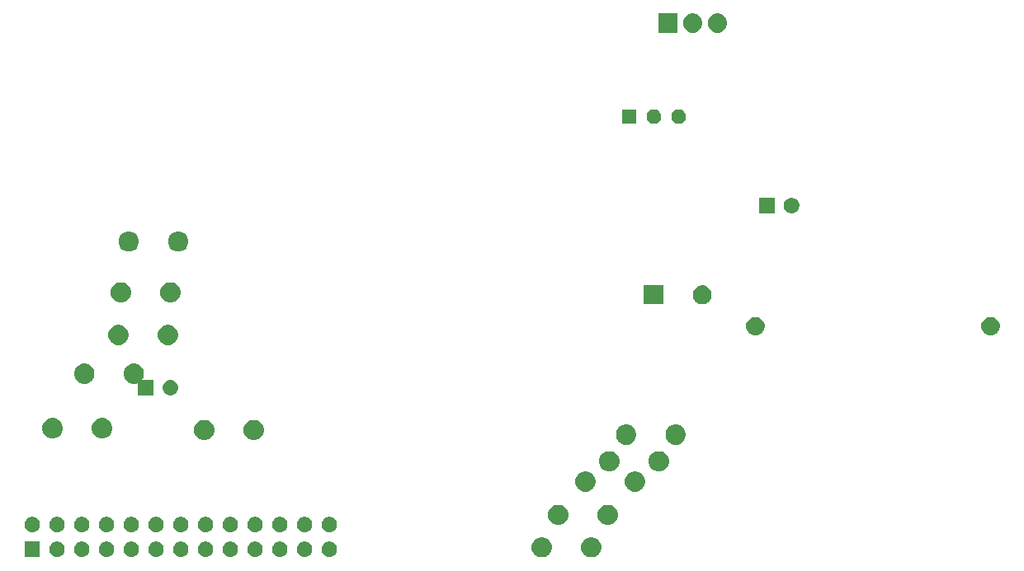
<source format=gbr>
%TF.GenerationSoftware,Flux,Pcbnew,9.0.6-9.0.6~ubuntu22.04.1*%
%TF.CreationDate,2026-02-18T22:19:31+00:00*%
%TF.ProjectId,input,696e7075-742e-46b6-9963-61645f706362,rev?*%
%TF.SameCoordinates,Original*%
%TF.FileFunction,Soldermask,Bot*%
%TF.FilePolarity,Negative*%
%FSLAX46Y46*%
G04 Gerber Fmt 4.6, Leading zero omitted, Abs format (unit mm)*
G04 Filename: line-sorter*
G04 Build it with Flux! Visit our site at: https://www.flux.ai (PCBNEW 9.0.6-9.0.6~ubuntu22.04.1) date 2026-02-18 22:19:31*
%MOMM*%
%LPD*%
G01*
G04 APERTURE LIST*
%ADD10C,0.000000*%
G04 APERTURE END LIST*
D10*
%TO.C,*%
G36*
X18875818Y-14677426D02*
G01*
X19113200Y-14814479D01*
X19307021Y-15008300D01*
X19444074Y-15245682D01*
X19515017Y-15510447D01*
X19515017Y-15784553D01*
X19444074Y-16049318D01*
X19307021Y-16286700D01*
X19113200Y-16480521D01*
X18875818Y-16617574D01*
X18611053Y-16688517D01*
X18336947Y-16688517D01*
X18072182Y-16617574D01*
X17834800Y-16480521D01*
X17640979Y-16286700D01*
X17503926Y-16049318D01*
X17432983Y-15784553D01*
X17432983Y-15510447D01*
X17503926Y-15245682D01*
X17640979Y-15008300D01*
X17834800Y-14814479D01*
X18072182Y-14677426D01*
X18336947Y-14606483D01*
X18611053Y-14606483D01*
X18875818Y-14677426D01*
G37*
G36*
X13795818Y-14677426D02*
G01*
X14033200Y-14814479D01*
X14227021Y-15008300D01*
X14364074Y-15245682D01*
X14435017Y-15510447D01*
X14435017Y-15784553D01*
X14364074Y-16049318D01*
X14227021Y-16286700D01*
X14033200Y-16480521D01*
X13795818Y-16617574D01*
X13531053Y-16688517D01*
X13256947Y-16688517D01*
X12992182Y-16617574D01*
X12754800Y-16480521D01*
X12560979Y-16286700D01*
X12423926Y-16049318D01*
X12352983Y-15784553D01*
X12352983Y-15510447D01*
X12423926Y-15245682D01*
X12560979Y-15008300D01*
X12754800Y-14814479D01*
X12992182Y-14677426D01*
X13256947Y-14606483D01*
X13531053Y-14606483D01*
X13795818Y-14677426D01*
G37*
G36*
X37621347Y16901804D02*
G01*
X37802209Y16797383D01*
X37949883Y16649709D01*
X38054304Y16468847D01*
X38108356Y16267121D01*
X38108356Y16058279D01*
X38054304Y15856553D01*
X37949883Y15675691D01*
X37802209Y15528017D01*
X37621347Y15423596D01*
X37419621Y15369544D01*
X37210779Y15369544D01*
X37009053Y15423596D01*
X36828191Y15528017D01*
X36680517Y15675691D01*
X36576096Y15856553D01*
X36522044Y16058279D01*
X36522044Y16267121D01*
X36576096Y16468847D01*
X36680517Y16649709D01*
X36828191Y16797383D01*
X37009053Y16901804D01*
X37210779Y16955856D01*
X37419621Y16955856D01*
X37621347Y16901804D01*
G37*
G36*
X35615200Y15362700D02*
G01*
X34015200Y15362700D01*
X34015200Y16962700D01*
X35615200Y16962700D01*
X35615200Y15362700D01*
G37*
G36*
X17162618Y-17999926D02*
G01*
X17400000Y-18136979D01*
X17593821Y-18330800D01*
X17730874Y-18568182D01*
X17801817Y-18832947D01*
X17801817Y-19107053D01*
X17730874Y-19371818D01*
X17593821Y-19609200D01*
X17400000Y-19803021D01*
X17162618Y-19940074D01*
X16897853Y-20011017D01*
X16623747Y-20011017D01*
X16358982Y-19940074D01*
X16121600Y-19803021D01*
X15927779Y-19609200D01*
X15790726Y-19371818D01*
X15719783Y-19107053D01*
X15719783Y-18832947D01*
X15790726Y-18568182D01*
X15927779Y-18330800D01*
X16121600Y-18136979D01*
X16358982Y-17999926D01*
X16623747Y-17928983D01*
X16897853Y-17928983D01*
X17162618Y-17999926D01*
G37*
G36*
X12082618Y-17999926D02*
G01*
X12320000Y-18136979D01*
X12513821Y-18330800D01*
X12650874Y-18568182D01*
X12721817Y-18832947D01*
X12721817Y-19107053D01*
X12650874Y-19371818D01*
X12513821Y-19609200D01*
X12320000Y-19803021D01*
X12082618Y-19940074D01*
X11817853Y-20011017D01*
X11543747Y-20011017D01*
X11278982Y-19940074D01*
X11041600Y-19803021D01*
X10847779Y-19609200D01*
X10710726Y-19371818D01*
X10639783Y-19107053D01*
X10639783Y-18832947D01*
X10710726Y-18568182D01*
X10847779Y-18330800D01*
X11041600Y-18136979D01*
X11278982Y-17999926D01*
X11543747Y-17928983D01*
X11817853Y-17928983D01*
X12082618Y-17999926D01*
G37*
G36*
X33980606Y4639995D02*
G01*
X34195945Y4515669D01*
X34371769Y4339845D01*
X34496095Y4124506D01*
X34560451Y3884326D01*
X34560451Y3635674D01*
X34496095Y3395494D01*
X34371769Y3180155D01*
X34195945Y3004331D01*
X33980606Y2880005D01*
X33740426Y2815649D01*
X33491774Y2815649D01*
X33251594Y2880005D01*
X33036255Y3004331D01*
X32860431Y3180155D01*
X32736105Y3395494D01*
X32671749Y3635674D01*
X32671749Y3884326D01*
X32736105Y4124506D01*
X32860431Y4339845D01*
X33036255Y4515669D01*
X33251594Y4639995D01*
X33491774Y4704351D01*
X33740426Y4704351D01*
X33980606Y4639995D01*
G37*
G36*
X58110606Y4639995D02*
G01*
X58325945Y4515669D01*
X58501769Y4339845D01*
X58626095Y4124506D01*
X58690451Y3884326D01*
X58690451Y3635674D01*
X58626095Y3395494D01*
X58501769Y3180155D01*
X58325945Y3004331D01*
X58110606Y2880005D01*
X57870426Y2815649D01*
X57621774Y2815649D01*
X57381594Y2880005D01*
X57166255Y3004331D01*
X56990431Y3180155D01*
X56866105Y3395494D01*
X56801749Y3635674D01*
X56801749Y3884326D01*
X56866105Y4124506D01*
X56990431Y4339845D01*
X57166255Y4515669D01*
X57381594Y4639995D01*
X57621774Y4704351D01*
X57870426Y4704351D01*
X58110606Y4639995D01*
G37*
G36*
X-25199282Y13426074D02*
G01*
X-24961900Y13289021D01*
X-24768079Y13095200D01*
X-24631026Y12857818D01*
X-24560083Y12593053D01*
X-24560083Y12318947D01*
X-24631026Y12054182D01*
X-24768079Y11816800D01*
X-24961900Y11622979D01*
X-25199282Y11485926D01*
X-25464047Y11414983D01*
X-25738153Y11414983D01*
X-26002918Y11485926D01*
X-26240300Y11622979D01*
X-26434121Y11816800D01*
X-26571174Y12054182D01*
X-26642117Y12318947D01*
X-26642117Y12593053D01*
X-26571174Y12857818D01*
X-26434121Y13095200D01*
X-26240300Y13289021D01*
X-26002918Y13426074D01*
X-25738153Y13497017D01*
X-25464047Y13497017D01*
X-25199282Y13426074D01*
G37*
G36*
X-30279282Y13426074D02*
G01*
X-30041900Y13289021D01*
X-29848079Y13095200D01*
X-29711026Y12857818D01*
X-29640083Y12593053D01*
X-29640083Y12318947D01*
X-29711026Y12054182D01*
X-29848079Y11816800D01*
X-30041900Y11622979D01*
X-30279282Y11485926D01*
X-30544047Y11414983D01*
X-30818153Y11414983D01*
X-31082918Y11485926D01*
X-31320300Y11622979D01*
X-31514121Y11816800D01*
X-31651174Y12054182D01*
X-31722117Y12318947D01*
X-31722117Y12593053D01*
X-31651174Y12857818D01*
X-31514121Y13095200D01*
X-31320300Y13289021D01*
X-31082918Y13426074D01*
X-30818153Y13497017D01*
X-30544047Y13497017D01*
X-30279282Y13426074D01*
G37*
G36*
X21652818Y-11232526D02*
G01*
X21890200Y-11369579D01*
X22084021Y-11563400D01*
X22221074Y-11800782D01*
X22292017Y-12065547D01*
X22292017Y-12339653D01*
X22221074Y-12604418D01*
X22084021Y-12841800D01*
X21890200Y-13035621D01*
X21652818Y-13172674D01*
X21388053Y-13243617D01*
X21113947Y-13243617D01*
X20849182Y-13172674D01*
X20611800Y-13035621D01*
X20417979Y-12841800D01*
X20280926Y-12604418D01*
X20209983Y-12339653D01*
X20209983Y-12065547D01*
X20280926Y-11800782D01*
X20417979Y-11563400D01*
X20611800Y-11369579D01*
X20849182Y-11232526D01*
X21113947Y-11161583D01*
X21388053Y-11161583D01*
X21652818Y-11232526D01*
G37*
G36*
X16572818Y-11232526D02*
G01*
X16810200Y-11369579D01*
X17004021Y-11563400D01*
X17141074Y-11800782D01*
X17212017Y-12065547D01*
X17212017Y-12339653D01*
X17141074Y-12604418D01*
X17004021Y-12841800D01*
X16810200Y-13035621D01*
X16572818Y-13172674D01*
X16308053Y-13243617D01*
X16033947Y-13243617D01*
X15769182Y-13172674D01*
X15531800Y-13035621D01*
X15337979Y-12841800D01*
X15200926Y-12604418D01*
X15129983Y-12339653D01*
X15129983Y-12065547D01*
X15200926Y-11800782D01*
X15337979Y-11563400D01*
X15531800Y-11369579D01*
X15769182Y-11232526D01*
X16033947Y-11161583D01*
X16308053Y-11161583D01*
X16572818Y-11232526D01*
G37*
G36*
X27543506Y35831195D02*
G01*
X27758845Y35706869D01*
X27934669Y35531045D01*
X28058995Y35315706D01*
X28123351Y35075526D01*
X28123351Y34731874D01*
X28058995Y34491694D01*
X27934669Y34276355D01*
X27758845Y34100531D01*
X27543506Y33976205D01*
X27303326Y33911849D01*
X27054674Y33911849D01*
X26814494Y33976205D01*
X26599155Y34100531D01*
X26423331Y34276355D01*
X26299005Y34491694D01*
X26234649Y34731874D01*
X26234649Y34980526D01*
X26234649Y35075526D01*
X26299005Y35315706D01*
X26423331Y35531045D01*
X26599155Y35706869D01*
X26814494Y35831195D01*
X27054674Y35895551D01*
X27303326Y35895551D01*
X27543506Y35831195D01*
G37*
G36*
X25591500Y33903700D02*
G01*
X23686500Y33903700D01*
X23686500Y35903700D01*
X25591500Y35903700D01*
X25591500Y33903700D01*
G37*
G36*
X30083506Y35831195D02*
G01*
X30298845Y35706869D01*
X30474669Y35531045D01*
X30598995Y35315706D01*
X30663351Y35075526D01*
X30663351Y34731874D01*
X30598995Y34491694D01*
X30474669Y34276355D01*
X30298845Y34100531D01*
X30083506Y33976205D01*
X29843326Y33911849D01*
X29594674Y33911849D01*
X29354494Y33976205D01*
X29139155Y34100531D01*
X28963331Y34276355D01*
X28839005Y34491694D01*
X28774649Y34731874D01*
X28774649Y34980526D01*
X28774649Y35075526D01*
X28839005Y35315706D01*
X28963331Y35531045D01*
X29139155Y35706869D01*
X29354494Y35831195D01*
X29594674Y35895551D01*
X29843326Y35895551D01*
X30083506Y35831195D01*
G37*
G36*
X25842718Y-6407226D02*
G01*
X26080100Y-6544279D01*
X26273921Y-6738100D01*
X26410974Y-6975482D01*
X26481917Y-7240247D01*
X26481917Y-7514353D01*
X26410974Y-7779118D01*
X26273921Y-8016500D01*
X26080100Y-8210321D01*
X25842718Y-8347374D01*
X25577953Y-8418317D01*
X25303847Y-8418317D01*
X25039082Y-8347374D01*
X24801700Y-8210321D01*
X24607879Y-8016500D01*
X24470826Y-7779118D01*
X24399883Y-7514353D01*
X24399883Y-7240247D01*
X24470826Y-6975482D01*
X24607879Y-6738100D01*
X24801700Y-6544279D01*
X25039082Y-6407226D01*
X25303847Y-6336283D01*
X25577953Y-6336283D01*
X25842718Y-6407226D01*
G37*
G36*
X20762718Y-6407226D02*
G01*
X21000100Y-6544279D01*
X21193921Y-6738100D01*
X21330974Y-6975482D01*
X21401917Y-7240247D01*
X21401917Y-7514353D01*
X21330974Y-7779118D01*
X21193921Y-8016500D01*
X21000100Y-8210321D01*
X20762718Y-8347374D01*
X20497953Y-8418317D01*
X20223847Y-8418317D01*
X19959082Y-8347374D01*
X19721700Y-8210321D01*
X19527879Y-8016500D01*
X19390826Y-7779118D01*
X19319883Y-7514353D01*
X19319883Y-7240247D01*
X19390826Y-6975482D01*
X19527879Y-6738100D01*
X19721700Y-6544279D01*
X19959082Y-6407226D01*
X20223847Y-6336283D01*
X20497953Y-6336283D01*
X20762718Y-6407226D01*
G37*
G36*
X-26249082Y3828974D02*
G01*
X-26011700Y3691921D01*
X-25817879Y3498100D01*
X-25680826Y3260718D01*
X-25609883Y2995953D01*
X-25609883Y2721847D01*
X-25680826Y2457082D01*
X-25817879Y2219700D01*
X-26011700Y2025879D01*
X-26249082Y1888826D01*
X-26513847Y1817883D01*
X-26787953Y1817883D01*
X-27052718Y1888826D01*
X-27290100Y2025879D01*
X-27483921Y2219700D01*
X-27620974Y2457082D01*
X-27691917Y2721847D01*
X-27691917Y2995953D01*
X-27620974Y3260718D01*
X-27483921Y3498100D01*
X-27290100Y3691921D01*
X-27052718Y3828974D01*
X-26787953Y3899917D01*
X-26513847Y3899917D01*
X-26249082Y3828974D01*
G37*
G36*
X-31329082Y3828974D02*
G01*
X-31091700Y3691921D01*
X-30897879Y3498100D01*
X-30760826Y3260718D01*
X-30689883Y2995953D01*
X-30689883Y2721847D01*
X-30760826Y2457082D01*
X-30897879Y2219700D01*
X-31091700Y2025879D01*
X-31329082Y1888826D01*
X-31593847Y1817883D01*
X-31867953Y1817883D01*
X-32132718Y1888826D01*
X-32370100Y2025879D01*
X-32563921Y2219700D01*
X-32700974Y2457082D01*
X-32771917Y2721847D01*
X-32771917Y2995953D01*
X-32700974Y3260718D01*
X-32563921Y3498100D01*
X-32370100Y3691921D01*
X-32132718Y3828974D01*
X-31867953Y3899917D01*
X-31593847Y3899917D01*
X-31329082Y3828974D01*
G37*
G36*
X24139900Y5990300D02*
G01*
X22189900Y5990300D01*
X22189900Y7940300D01*
X24139900Y7940300D01*
X24139900Y5990300D01*
G37*
G36*
X28538016Y7866083D02*
G01*
X28758442Y7738820D01*
X28938420Y7558842D01*
X29065683Y7338416D01*
X29131559Y7092563D01*
X29131559Y6838037D01*
X29065683Y6592184D01*
X28938420Y6371758D01*
X28758442Y6191780D01*
X28538016Y6064517D01*
X28292163Y5998641D01*
X28037637Y5998641D01*
X27791784Y6064517D01*
X27571358Y6191780D01*
X27391380Y6371758D01*
X27264117Y6592184D01*
X27198241Y6838037D01*
X27198241Y7092563D01*
X27264117Y7338416D01*
X27391380Y7558842D01*
X27571358Y7738820D01*
X27791784Y7866083D01*
X28037637Y7931959D01*
X28292163Y7931959D01*
X28538016Y7866083D01*
G37*
G36*
X-33010082Y-5771326D02*
G01*
X-32772700Y-5908379D01*
X-32578879Y-6102200D01*
X-32441826Y-6339582D01*
X-32370883Y-6604347D01*
X-32370883Y-6878453D01*
X-32441826Y-7143218D01*
X-32578879Y-7380600D01*
X-32772700Y-7574421D01*
X-33010082Y-7711474D01*
X-33274847Y-7782417D01*
X-33548953Y-7782417D01*
X-33813718Y-7711474D01*
X-34051100Y-7574421D01*
X-34244921Y-7380600D01*
X-34381974Y-7143218D01*
X-34452917Y-6878453D01*
X-34452917Y-6604347D01*
X-34381974Y-6339582D01*
X-34244921Y-6102200D01*
X-34051100Y-5908379D01*
X-33813718Y-5771326D01*
X-33548953Y-5700383D01*
X-33274847Y-5700383D01*
X-33010082Y-5771326D01*
G37*
G36*
X-38090082Y-5771326D02*
G01*
X-37852700Y-5908379D01*
X-37658879Y-6102200D01*
X-37521826Y-6339582D01*
X-37450883Y-6604347D01*
X-37450883Y-6878453D01*
X-37521826Y-7143218D01*
X-37658879Y-7380600D01*
X-37852700Y-7574421D01*
X-38090082Y-7711474D01*
X-38354847Y-7782417D01*
X-38628953Y-7782417D01*
X-38893718Y-7711474D01*
X-39131100Y-7574421D01*
X-39324921Y-7380600D01*
X-39461974Y-7143218D01*
X-39532917Y-6878453D01*
X-39532917Y-6604347D01*
X-39461974Y-6339582D01*
X-39324921Y-6102200D01*
X-39131100Y-5908379D01*
X-38893718Y-5771326D01*
X-38628953Y-5700383D01*
X-38354847Y-5700383D01*
X-38090082Y-5771326D01*
G37*
G36*
X-26113153Y-1819996D02*
G01*
X-25932291Y-1924417D01*
X-25784617Y-2072091D01*
X-25680196Y-2252953D01*
X-25626144Y-2454679D01*
X-25626144Y-2663521D01*
X-25680196Y-2865247D01*
X-25784617Y-3046109D01*
X-25932291Y-3193783D01*
X-26113153Y-3298204D01*
X-26314879Y-3352256D01*
X-26523721Y-3352256D01*
X-26725447Y-3298204D01*
X-26906309Y-3193783D01*
X-27053983Y-3046109D01*
X-27158404Y-2865247D01*
X-27212456Y-2663521D01*
X-27212456Y-2454679D01*
X-27158404Y-2252953D01*
X-27053983Y-2072091D01*
X-26906309Y-1924417D01*
X-26725447Y-1819996D01*
X-26523721Y-1765944D01*
X-26314879Y-1765944D01*
X-26113153Y-1819996D01*
G37*
G36*
X-28119300Y-3359100D02*
G01*
X-29719300Y-3359100D01*
X-29719300Y-1759100D01*
X-28119300Y-1759100D01*
X-28119300Y-3359100D01*
G37*
G36*
X-35203553Y-15899196D02*
G01*
X-35022691Y-16003617D01*
X-34875017Y-16151291D01*
X-34770596Y-16332153D01*
X-34716544Y-16533879D01*
X-34716544Y-16742721D01*
X-34770596Y-16944447D01*
X-34875017Y-17125309D01*
X-35022691Y-17272983D01*
X-35203553Y-17377404D01*
X-35405279Y-17431456D01*
X-35614121Y-17431456D01*
X-35815847Y-17377404D01*
X-35996709Y-17272983D01*
X-36144383Y-17125309D01*
X-36248804Y-16944447D01*
X-36302856Y-16742721D01*
X-36302856Y-16533879D01*
X-36248804Y-16332153D01*
X-36144383Y-16151291D01*
X-35996709Y-16003617D01*
X-35815847Y-15899196D01*
X-35614121Y-15845144D01*
X-35405279Y-15845144D01*
X-35203553Y-15899196D01*
G37*
G36*
X-27583553Y-18439196D02*
G01*
X-27402691Y-18543617D01*
X-27255017Y-18691291D01*
X-27150596Y-18872153D01*
X-27096544Y-19073879D01*
X-27096544Y-19282721D01*
X-27150596Y-19484447D01*
X-27255017Y-19665309D01*
X-27402691Y-19812983D01*
X-27583553Y-19917404D01*
X-27785279Y-19971456D01*
X-27994121Y-19971456D01*
X-28195847Y-19917404D01*
X-28376709Y-19812983D01*
X-28524383Y-19665309D01*
X-28628804Y-19484447D01*
X-28682856Y-19282721D01*
X-28682856Y-19073879D01*
X-28628804Y-18872153D01*
X-28524383Y-18691291D01*
X-28376709Y-18543617D01*
X-28195847Y-18439196D01*
X-27994121Y-18385144D01*
X-27785279Y-18385144D01*
X-27583553Y-18439196D01*
G37*
G36*
X-22503553Y-18439196D02*
G01*
X-22322691Y-18543617D01*
X-22175017Y-18691291D01*
X-22070596Y-18872153D01*
X-22016544Y-19073879D01*
X-22016544Y-19282721D01*
X-22070596Y-19484447D01*
X-22175017Y-19665309D01*
X-22322691Y-19812983D01*
X-22503553Y-19917404D01*
X-22705279Y-19971456D01*
X-22914121Y-19971456D01*
X-23115847Y-19917404D01*
X-23296709Y-19812983D01*
X-23444383Y-19665309D01*
X-23548804Y-19484447D01*
X-23602856Y-19282721D01*
X-23602856Y-19073879D01*
X-23548804Y-18872153D01*
X-23444383Y-18691291D01*
X-23296709Y-18543617D01*
X-23115847Y-18439196D01*
X-22914121Y-18385144D01*
X-22705279Y-18385144D01*
X-22503553Y-18439196D01*
G37*
G36*
X-12343553Y-18439196D02*
G01*
X-12162691Y-18543617D01*
X-12015017Y-18691291D01*
X-11910596Y-18872153D01*
X-11856544Y-19073879D01*
X-11856544Y-19282721D01*
X-11910596Y-19484447D01*
X-12015017Y-19665309D01*
X-12162691Y-19812983D01*
X-12343553Y-19917404D01*
X-12545279Y-19971456D01*
X-12754121Y-19971456D01*
X-12955847Y-19917404D01*
X-13136709Y-19812983D01*
X-13284383Y-19665309D01*
X-13388804Y-19484447D01*
X-13442856Y-19282721D01*
X-13442856Y-19073879D01*
X-13388804Y-18872153D01*
X-13284383Y-18691291D01*
X-13136709Y-18543617D01*
X-12955847Y-18439196D01*
X-12754121Y-18385144D01*
X-12545279Y-18385144D01*
X-12343553Y-18439196D01*
G37*
G36*
X-37743553Y-15899196D02*
G01*
X-37562691Y-16003617D01*
X-37415017Y-16151291D01*
X-37310596Y-16332153D01*
X-37256544Y-16533879D01*
X-37256544Y-16742721D01*
X-37310596Y-16944447D01*
X-37415017Y-17125309D01*
X-37562691Y-17272983D01*
X-37743553Y-17377404D01*
X-37945279Y-17431456D01*
X-38154121Y-17431456D01*
X-38355847Y-17377404D01*
X-38536709Y-17272983D01*
X-38684383Y-17125309D01*
X-38788804Y-16944447D01*
X-38842856Y-16742721D01*
X-38842856Y-16533879D01*
X-38788804Y-16332153D01*
X-38684383Y-16151291D01*
X-38536709Y-16003617D01*
X-38355847Y-15899196D01*
X-38154121Y-15845144D01*
X-37945279Y-15845144D01*
X-37743553Y-15899196D01*
G37*
G36*
X-37743553Y-18439196D02*
G01*
X-37562691Y-18543617D01*
X-37415017Y-18691291D01*
X-37310596Y-18872153D01*
X-37256544Y-19073879D01*
X-37256544Y-19282721D01*
X-37310596Y-19484447D01*
X-37415017Y-19665309D01*
X-37562691Y-19812983D01*
X-37743553Y-19917404D01*
X-37945279Y-19971456D01*
X-38154121Y-19971456D01*
X-38355847Y-19917404D01*
X-38536709Y-19812983D01*
X-38684383Y-19665309D01*
X-38788804Y-19484447D01*
X-38842856Y-19282721D01*
X-38842856Y-19073879D01*
X-38788804Y-18872153D01*
X-38684383Y-18691291D01*
X-38536709Y-18543617D01*
X-38355847Y-18439196D01*
X-38154121Y-18385144D01*
X-37945279Y-18385144D01*
X-37743553Y-18439196D01*
G37*
G36*
X-12343553Y-15899196D02*
G01*
X-12162691Y-16003617D01*
X-12015017Y-16151291D01*
X-11910596Y-16332153D01*
X-11856544Y-16533879D01*
X-11856544Y-16742721D01*
X-11910596Y-16944447D01*
X-12015017Y-17125309D01*
X-12162691Y-17272983D01*
X-12343553Y-17377404D01*
X-12545279Y-17431456D01*
X-12754121Y-17431456D01*
X-12955847Y-17377404D01*
X-13136709Y-17272983D01*
X-13284383Y-17125309D01*
X-13388804Y-16944447D01*
X-13442856Y-16742721D01*
X-13442856Y-16533879D01*
X-13388804Y-16332153D01*
X-13284383Y-16151291D01*
X-13136709Y-16003617D01*
X-12955847Y-15899196D01*
X-12754121Y-15845144D01*
X-12545279Y-15845144D01*
X-12343553Y-15899196D01*
G37*
G36*
X-30123553Y-15899196D02*
G01*
X-29942691Y-16003617D01*
X-29795017Y-16151291D01*
X-29690596Y-16332153D01*
X-29636544Y-16533879D01*
X-29636544Y-16742721D01*
X-29690596Y-16944447D01*
X-29795017Y-17125309D01*
X-29942691Y-17272983D01*
X-30123553Y-17377404D01*
X-30325279Y-17431456D01*
X-30534121Y-17431456D01*
X-30735847Y-17377404D01*
X-30916709Y-17272983D01*
X-31064383Y-17125309D01*
X-31168804Y-16944447D01*
X-31222856Y-16742721D01*
X-31222856Y-16533879D01*
X-31168804Y-16332153D01*
X-31064383Y-16151291D01*
X-30916709Y-16003617D01*
X-30735847Y-15899196D01*
X-30534121Y-15845144D01*
X-30325279Y-15845144D01*
X-30123553Y-15899196D01*
G37*
G36*
X-14883553Y-15899196D02*
G01*
X-14702691Y-16003617D01*
X-14555017Y-16151291D01*
X-14450596Y-16332153D01*
X-14396544Y-16533879D01*
X-14396544Y-16742721D01*
X-14450596Y-16944447D01*
X-14555017Y-17125309D01*
X-14702691Y-17272983D01*
X-14883553Y-17377404D01*
X-15085279Y-17431456D01*
X-15294121Y-17431456D01*
X-15495847Y-17377404D01*
X-15676709Y-17272983D01*
X-15824383Y-17125309D01*
X-15928804Y-16944447D01*
X-15982856Y-16742721D01*
X-15982856Y-16533879D01*
X-15928804Y-16332153D01*
X-15824383Y-16151291D01*
X-15676709Y-16003617D01*
X-15495847Y-15899196D01*
X-15294121Y-15845144D01*
X-15085279Y-15845144D01*
X-14883553Y-15899196D01*
G37*
G36*
X-25043553Y-18439196D02*
G01*
X-24862691Y-18543617D01*
X-24715017Y-18691291D01*
X-24610596Y-18872153D01*
X-24556544Y-19073879D01*
X-24556544Y-19282721D01*
X-24610596Y-19484447D01*
X-24715017Y-19665309D01*
X-24862691Y-19812983D01*
X-25043553Y-19917404D01*
X-25245279Y-19971456D01*
X-25454121Y-19971456D01*
X-25655847Y-19917404D01*
X-25836709Y-19812983D01*
X-25984383Y-19665309D01*
X-26088804Y-19484447D01*
X-26142856Y-19282721D01*
X-26142856Y-19073879D01*
X-26088804Y-18872153D01*
X-25984383Y-18691291D01*
X-25836709Y-18543617D01*
X-25655847Y-18439196D01*
X-25454121Y-18385144D01*
X-25245279Y-18385144D01*
X-25043553Y-18439196D01*
G37*
G36*
X-32663553Y-18439196D02*
G01*
X-32482691Y-18543617D01*
X-32335017Y-18691291D01*
X-32230596Y-18872153D01*
X-32176544Y-19073879D01*
X-32176544Y-19282721D01*
X-32230596Y-19484447D01*
X-32335017Y-19665309D01*
X-32482691Y-19812983D01*
X-32663553Y-19917404D01*
X-32865279Y-19971456D01*
X-33074121Y-19971456D01*
X-33275847Y-19917404D01*
X-33456709Y-19812983D01*
X-33604383Y-19665309D01*
X-33708804Y-19484447D01*
X-33762856Y-19282721D01*
X-33762856Y-19073879D01*
X-33708804Y-18872153D01*
X-33604383Y-18691291D01*
X-33456709Y-18543617D01*
X-33275847Y-18439196D01*
X-33074121Y-18385144D01*
X-32865279Y-18385144D01*
X-32663553Y-18439196D01*
G37*
G36*
X-32663553Y-15899196D02*
G01*
X-32482691Y-16003617D01*
X-32335017Y-16151291D01*
X-32230596Y-16332153D01*
X-32176544Y-16533879D01*
X-32176544Y-16742721D01*
X-32230596Y-16944447D01*
X-32335017Y-17125309D01*
X-32482691Y-17272983D01*
X-32663553Y-17377404D01*
X-32865279Y-17431456D01*
X-33074121Y-17431456D01*
X-33275847Y-17377404D01*
X-33456709Y-17272983D01*
X-33604383Y-17125309D01*
X-33708804Y-16944447D01*
X-33762856Y-16742721D01*
X-33762856Y-16533879D01*
X-33708804Y-16332153D01*
X-33604383Y-16151291D01*
X-33456709Y-16003617D01*
X-33275847Y-15899196D01*
X-33074121Y-15845144D01*
X-32865279Y-15845144D01*
X-32663553Y-15899196D01*
G37*
G36*
X-30123553Y-18439196D02*
G01*
X-29942691Y-18543617D01*
X-29795017Y-18691291D01*
X-29690596Y-18872153D01*
X-29636544Y-19073879D01*
X-29636544Y-19282721D01*
X-29690596Y-19484447D01*
X-29795017Y-19665309D01*
X-29942691Y-19812983D01*
X-30123553Y-19917404D01*
X-30325279Y-19971456D01*
X-30534121Y-19971456D01*
X-30735847Y-19917404D01*
X-30916709Y-19812983D01*
X-31064383Y-19665309D01*
X-31168804Y-19484447D01*
X-31222856Y-19282721D01*
X-31222856Y-19073879D01*
X-31168804Y-18872153D01*
X-31064383Y-18691291D01*
X-30916709Y-18543617D01*
X-30735847Y-18439196D01*
X-30534121Y-18385144D01*
X-30325279Y-18385144D01*
X-30123553Y-18439196D01*
G37*
G36*
X-39789700Y-19978300D02*
G01*
X-41389700Y-19978300D01*
X-41389700Y-18378300D01*
X-39789700Y-18378300D01*
X-39789700Y-19978300D01*
G37*
G36*
X-22503553Y-15899196D02*
G01*
X-22322691Y-16003617D01*
X-22175017Y-16151291D01*
X-22070596Y-16332153D01*
X-22016544Y-16533879D01*
X-22016544Y-16742721D01*
X-22070596Y-16944447D01*
X-22175017Y-17125309D01*
X-22322691Y-17272983D01*
X-22503553Y-17377404D01*
X-22705279Y-17431456D01*
X-22914121Y-17431456D01*
X-23115847Y-17377404D01*
X-23296709Y-17272983D01*
X-23444383Y-17125309D01*
X-23548804Y-16944447D01*
X-23602856Y-16742721D01*
X-23602856Y-16533879D01*
X-23548804Y-16332153D01*
X-23444383Y-16151291D01*
X-23296709Y-16003617D01*
X-23115847Y-15899196D01*
X-22914121Y-15845144D01*
X-22705279Y-15845144D01*
X-22503553Y-15899196D01*
G37*
G36*
X-17423553Y-18439196D02*
G01*
X-17242691Y-18543617D01*
X-17095017Y-18691291D01*
X-16990596Y-18872153D01*
X-16936544Y-19073879D01*
X-16936544Y-19282721D01*
X-16990596Y-19484447D01*
X-17095017Y-19665309D01*
X-17242691Y-19812983D01*
X-17423553Y-19917404D01*
X-17625279Y-19971456D01*
X-17834121Y-19971456D01*
X-18035847Y-19917404D01*
X-18216709Y-19812983D01*
X-18364383Y-19665309D01*
X-18468804Y-19484447D01*
X-18522856Y-19282721D01*
X-18522856Y-19073879D01*
X-18468804Y-18872153D01*
X-18364383Y-18691291D01*
X-18216709Y-18543617D01*
X-18035847Y-18439196D01*
X-17834121Y-18385144D01*
X-17625279Y-18385144D01*
X-17423553Y-18439196D01*
G37*
G36*
X-17423553Y-15899196D02*
G01*
X-17242691Y-16003617D01*
X-17095017Y-16151291D01*
X-16990596Y-16332153D01*
X-16936544Y-16533879D01*
X-16936544Y-16742721D01*
X-16990596Y-16944447D01*
X-17095017Y-17125309D01*
X-17242691Y-17272983D01*
X-17423553Y-17377404D01*
X-17625279Y-17431456D01*
X-17834121Y-17431456D01*
X-18035847Y-17377404D01*
X-18216709Y-17272983D01*
X-18364383Y-17125309D01*
X-18468804Y-16944447D01*
X-18522856Y-16742721D01*
X-18522856Y-16533879D01*
X-18468804Y-16332153D01*
X-18364383Y-16151291D01*
X-18216709Y-16003617D01*
X-18035847Y-15899196D01*
X-17834121Y-15845144D01*
X-17625279Y-15845144D01*
X-17423553Y-15899196D01*
G37*
G36*
X-19963553Y-18439196D02*
G01*
X-19782691Y-18543617D01*
X-19635017Y-18691291D01*
X-19530596Y-18872153D01*
X-19476544Y-19073879D01*
X-19476544Y-19282721D01*
X-19530596Y-19484447D01*
X-19635017Y-19665309D01*
X-19782691Y-19812983D01*
X-19963553Y-19917404D01*
X-20165279Y-19971456D01*
X-20374121Y-19971456D01*
X-20575847Y-19917404D01*
X-20756709Y-19812983D01*
X-20904383Y-19665309D01*
X-21008804Y-19484447D01*
X-21062856Y-19282721D01*
X-21062856Y-19073879D01*
X-21008804Y-18872153D01*
X-20904383Y-18691291D01*
X-20756709Y-18543617D01*
X-20575847Y-18439196D01*
X-20374121Y-18385144D01*
X-20165279Y-18385144D01*
X-19963553Y-18439196D01*
G37*
G36*
X-40283553Y-15899196D02*
G01*
X-40102691Y-16003617D01*
X-39955017Y-16151291D01*
X-39850596Y-16332153D01*
X-39796544Y-16533879D01*
X-39796544Y-16742721D01*
X-39850596Y-16944447D01*
X-39955017Y-17125309D01*
X-40102691Y-17272983D01*
X-40283553Y-17377404D01*
X-40485279Y-17431456D01*
X-40694121Y-17431456D01*
X-40895847Y-17377404D01*
X-41076709Y-17272983D01*
X-41224383Y-17125309D01*
X-41328804Y-16944447D01*
X-41382856Y-16742721D01*
X-41382856Y-16533879D01*
X-41328804Y-16332153D01*
X-41224383Y-16151291D01*
X-41076709Y-16003617D01*
X-40895847Y-15899196D01*
X-40694121Y-15845144D01*
X-40485279Y-15845144D01*
X-40283553Y-15899196D01*
G37*
G36*
X-35203553Y-18439196D02*
G01*
X-35022691Y-18543617D01*
X-34875017Y-18691291D01*
X-34770596Y-18872153D01*
X-34716544Y-19073879D01*
X-34716544Y-19282721D01*
X-34770596Y-19484447D01*
X-34875017Y-19665309D01*
X-35022691Y-19812983D01*
X-35203553Y-19917404D01*
X-35405279Y-19971456D01*
X-35614121Y-19971456D01*
X-35815847Y-19917404D01*
X-35996709Y-19812983D01*
X-36144383Y-19665309D01*
X-36248804Y-19484447D01*
X-36302856Y-19282721D01*
X-36302856Y-19073879D01*
X-36248804Y-18872153D01*
X-36144383Y-18691291D01*
X-35996709Y-18543617D01*
X-35815847Y-18439196D01*
X-35614121Y-18385144D01*
X-35405279Y-18385144D01*
X-35203553Y-18439196D01*
G37*
G36*
X-9803553Y-15899196D02*
G01*
X-9622691Y-16003617D01*
X-9475017Y-16151291D01*
X-9370596Y-16332153D01*
X-9316544Y-16533879D01*
X-9316544Y-16742721D01*
X-9370596Y-16944447D01*
X-9475017Y-17125309D01*
X-9622691Y-17272983D01*
X-9803553Y-17377404D01*
X-10005279Y-17431456D01*
X-10214121Y-17431456D01*
X-10415847Y-17377404D01*
X-10596709Y-17272983D01*
X-10744383Y-17125309D01*
X-10848804Y-16944447D01*
X-10902856Y-16742721D01*
X-10902856Y-16533879D01*
X-10848804Y-16332153D01*
X-10744383Y-16151291D01*
X-10596709Y-16003617D01*
X-10415847Y-15899196D01*
X-10214121Y-15845144D01*
X-10005279Y-15845144D01*
X-9803553Y-15899196D01*
G37*
G36*
X-25043553Y-15899196D02*
G01*
X-24862691Y-16003617D01*
X-24715017Y-16151291D01*
X-24610596Y-16332153D01*
X-24556544Y-16533879D01*
X-24556544Y-16742721D01*
X-24610596Y-16944447D01*
X-24715017Y-17125309D01*
X-24862691Y-17272983D01*
X-25043553Y-17377404D01*
X-25245279Y-17431456D01*
X-25454121Y-17431456D01*
X-25655847Y-17377404D01*
X-25836709Y-17272983D01*
X-25984383Y-17125309D01*
X-26088804Y-16944447D01*
X-26142856Y-16742721D01*
X-26142856Y-16533879D01*
X-26088804Y-16332153D01*
X-25984383Y-16151291D01*
X-25836709Y-16003617D01*
X-25655847Y-15899196D01*
X-25454121Y-15845144D01*
X-25245279Y-15845144D01*
X-25043553Y-15899196D01*
G37*
G36*
X-14883553Y-18439196D02*
G01*
X-14702691Y-18543617D01*
X-14555017Y-18691291D01*
X-14450596Y-18872153D01*
X-14396544Y-19073879D01*
X-14396544Y-19282721D01*
X-14450596Y-19484447D01*
X-14555017Y-19665309D01*
X-14702691Y-19812983D01*
X-14883553Y-19917404D01*
X-15085279Y-19971456D01*
X-15294121Y-19971456D01*
X-15495847Y-19917404D01*
X-15676709Y-19812983D01*
X-15824383Y-19665309D01*
X-15928804Y-19484447D01*
X-15982856Y-19282721D01*
X-15982856Y-19073879D01*
X-15928804Y-18872153D01*
X-15824383Y-18691291D01*
X-15676709Y-18543617D01*
X-15495847Y-18439196D01*
X-15294121Y-18385144D01*
X-15085279Y-18385144D01*
X-14883553Y-18439196D01*
G37*
G36*
X-27583553Y-15899196D02*
G01*
X-27402691Y-16003617D01*
X-27255017Y-16151291D01*
X-27150596Y-16332153D01*
X-27096544Y-16533879D01*
X-27096544Y-16742721D01*
X-27150596Y-16944447D01*
X-27255017Y-17125309D01*
X-27402691Y-17272983D01*
X-27583553Y-17377404D01*
X-27785279Y-17431456D01*
X-27994121Y-17431456D01*
X-28195847Y-17377404D01*
X-28376709Y-17272983D01*
X-28524383Y-17125309D01*
X-28628804Y-16944447D01*
X-28682856Y-16742721D01*
X-28682856Y-16533879D01*
X-28628804Y-16332153D01*
X-28524383Y-16151291D01*
X-28376709Y-16003617D01*
X-28195847Y-15899196D01*
X-27994121Y-15845144D01*
X-27785279Y-15845144D01*
X-27583553Y-15899196D01*
G37*
G36*
X-9803553Y-18439196D02*
G01*
X-9622691Y-18543617D01*
X-9475017Y-18691291D01*
X-9370596Y-18872153D01*
X-9316544Y-19073879D01*
X-9316544Y-19282721D01*
X-9370596Y-19484447D01*
X-9475017Y-19665309D01*
X-9622691Y-19812983D01*
X-9803553Y-19917404D01*
X-10005279Y-19971456D01*
X-10214121Y-19971456D01*
X-10415847Y-19917404D01*
X-10596709Y-19812983D01*
X-10744383Y-19665309D01*
X-10848804Y-19484447D01*
X-10902856Y-19282721D01*
X-10902856Y-19073879D01*
X-10848804Y-18872153D01*
X-10744383Y-18691291D01*
X-10596709Y-18543617D01*
X-10415847Y-18439196D01*
X-10214121Y-18385144D01*
X-10005279Y-18385144D01*
X-9803553Y-18439196D01*
G37*
G36*
X-19963553Y-15899196D02*
G01*
X-19782691Y-16003617D01*
X-19635017Y-16151291D01*
X-19530596Y-16332153D01*
X-19476544Y-16533879D01*
X-19476544Y-16742721D01*
X-19530596Y-16944447D01*
X-19635017Y-17125309D01*
X-19782691Y-17272983D01*
X-19963553Y-17377404D01*
X-20165279Y-17431456D01*
X-20374121Y-17431456D01*
X-20575847Y-17377404D01*
X-20756709Y-17272983D01*
X-20904383Y-17125309D01*
X-21008804Y-16944447D01*
X-21062856Y-16742721D01*
X-21062856Y-16533879D01*
X-21008804Y-16332153D01*
X-20904383Y-16151291D01*
X-20756709Y-16003617D01*
X-20575847Y-15899196D01*
X-20374121Y-15845144D01*
X-20165279Y-15845144D01*
X-19963553Y-15899196D01*
G37*
G36*
X21408900Y24536900D02*
G01*
X19908900Y24536900D01*
X19908900Y26036900D01*
X21408900Y26036900D01*
X21408900Y24536900D01*
G37*
G36*
X23485913Y25979810D02*
G01*
X23655471Y25881915D01*
X23793915Y25743471D01*
X23891810Y25573913D01*
X23942484Y25384795D01*
X23942484Y25189005D01*
X23891810Y24999887D01*
X23793915Y24830329D01*
X23655471Y24691885D01*
X23485913Y24593990D01*
X23296795Y24543316D01*
X23101005Y24543316D01*
X22911887Y24593990D01*
X22742329Y24691885D01*
X22603885Y24830329D01*
X22505990Y24999887D01*
X22455316Y25189005D01*
X22455316Y25384795D01*
X22505990Y25573913D01*
X22603885Y25743471D01*
X22742329Y25881915D01*
X22911887Y25979810D01*
X23101005Y26030484D01*
X23296795Y26030484D01*
X23485913Y25979810D01*
G37*
G36*
X26025913Y25979810D02*
G01*
X26195471Y25881915D01*
X26333915Y25743471D01*
X26431810Y25573913D01*
X26482484Y25384795D01*
X26482484Y25189005D01*
X26431810Y24999887D01*
X26333915Y24830329D01*
X26195471Y24691885D01*
X26025913Y24593990D01*
X25836795Y24543316D01*
X25641005Y24543316D01*
X25451887Y24593990D01*
X25282329Y24691885D01*
X25143885Y24830329D01*
X25045990Y24999887D01*
X24995316Y25189005D01*
X24995316Y25384795D01*
X25045990Y25573913D01*
X25143885Y25743471D01*
X25282329Y25881915D01*
X25451887Y25979810D01*
X25641005Y26030484D01*
X25836795Y26030484D01*
X26025913Y25979810D01*
G37*
G36*
X-29761182Y-162926D02*
G01*
X-29523800Y-299979D01*
X-29329979Y-493800D01*
X-29192926Y-731182D01*
X-29121983Y-995947D01*
X-29121983Y-1270053D01*
X-29192926Y-1534818D01*
X-29329979Y-1772200D01*
X-29523800Y-1966021D01*
X-29761182Y-2103074D01*
X-30025947Y-2174017D01*
X-30300053Y-2174017D01*
X-30564818Y-2103074D01*
X-30802200Y-1966021D01*
X-30996021Y-1772200D01*
X-31133074Y-1534818D01*
X-31204017Y-1270053D01*
X-31204017Y-995947D01*
X-31133074Y-731182D01*
X-30996021Y-493800D01*
X-30802200Y-299979D01*
X-30564818Y-162926D01*
X-30300053Y-91983D01*
X-30025947Y-91983D01*
X-29761182Y-162926D01*
G37*
G36*
X-34841182Y-162926D02*
G01*
X-34603800Y-299979D01*
X-34409979Y-493800D01*
X-34272926Y-731182D01*
X-34201983Y-995947D01*
X-34201983Y-1270053D01*
X-34272926Y-1534818D01*
X-34409979Y-1772200D01*
X-34603800Y-1966021D01*
X-34841182Y-2103074D01*
X-35105947Y-2174017D01*
X-35380053Y-2174017D01*
X-35644818Y-2103074D01*
X-35882200Y-1966021D01*
X-36076021Y-1772200D01*
X-36213074Y-1534818D01*
X-36284017Y-1270053D01*
X-36284017Y-995947D01*
X-36213074Y-731182D01*
X-36076021Y-493800D01*
X-35882200Y-299979D01*
X-35644818Y-162926D01*
X-35380053Y-91983D01*
X-35105947Y-91983D01*
X-34841182Y-162926D01*
G37*
G36*
X24101918Y-9164126D02*
G01*
X24339300Y-9301179D01*
X24533121Y-9495000D01*
X24670174Y-9732382D01*
X24741117Y-9997147D01*
X24741117Y-10271253D01*
X24670174Y-10536018D01*
X24533121Y-10773400D01*
X24339300Y-10967221D01*
X24101918Y-11104274D01*
X23837153Y-11175217D01*
X23563047Y-11175217D01*
X23298282Y-11104274D01*
X23060900Y-10967221D01*
X22867079Y-10773400D01*
X22730026Y-10536018D01*
X22659083Y-10271253D01*
X22659083Y-9997147D01*
X22730026Y-9732382D01*
X22867079Y-9495000D01*
X23060900Y-9301179D01*
X23298282Y-9164126D01*
X23563047Y-9093183D01*
X23837153Y-9093183D01*
X24101918Y-9164126D01*
G37*
G36*
X19021918Y-9164126D02*
G01*
X19259300Y-9301179D01*
X19453121Y-9495000D01*
X19590174Y-9732382D01*
X19661117Y-9997147D01*
X19661117Y-10271253D01*
X19590174Y-10536018D01*
X19453121Y-10773400D01*
X19259300Y-10967221D01*
X19021918Y-11104274D01*
X18757153Y-11175217D01*
X18483047Y-11175217D01*
X18218282Y-11104274D01*
X17980900Y-10967221D01*
X17787079Y-10773400D01*
X17650026Y-10536018D01*
X17579083Y-10271253D01*
X17579083Y-9997147D01*
X17650026Y-9732382D01*
X17787079Y-9495000D01*
X17980900Y-9301179D01*
X18218282Y-9164126D01*
X18483047Y-9093183D01*
X18757153Y-9093183D01*
X19021918Y-9164126D01*
G37*
G36*
X-26009282Y8183774D02*
G01*
X-25771900Y8046721D01*
X-25578079Y7852900D01*
X-25441026Y7615518D01*
X-25370083Y7350753D01*
X-25370083Y7076647D01*
X-25441026Y6811882D01*
X-25578079Y6574500D01*
X-25771900Y6380679D01*
X-26009282Y6243626D01*
X-26274047Y6172683D01*
X-26548153Y6172683D01*
X-26812918Y6243626D01*
X-27050300Y6380679D01*
X-27244121Y6574500D01*
X-27381174Y6811882D01*
X-27452117Y7076647D01*
X-27452117Y7350753D01*
X-27381174Y7615518D01*
X-27244121Y7852900D01*
X-27050300Y8046721D01*
X-26812918Y8183774D01*
X-26548153Y8254717D01*
X-26274047Y8254717D01*
X-26009282Y8183774D01*
G37*
G36*
X-31089282Y8183774D02*
G01*
X-30851900Y8046721D01*
X-30658079Y7852900D01*
X-30521026Y7615518D01*
X-30450083Y7350753D01*
X-30450083Y7076647D01*
X-30521026Y6811882D01*
X-30658079Y6574500D01*
X-30851900Y6380679D01*
X-31089282Y6243626D01*
X-31354047Y6172683D01*
X-31628153Y6172683D01*
X-31892918Y6243626D01*
X-32130300Y6380679D01*
X-32324121Y6574500D01*
X-32461174Y6811882D01*
X-32532117Y7076647D01*
X-32532117Y7350753D01*
X-32461174Y7615518D01*
X-32324121Y7852900D01*
X-32130300Y8046721D01*
X-31892918Y8183774D01*
X-31628153Y8254717D01*
X-31354047Y8254717D01*
X-31089282Y8183774D01*
G37*
G36*
X-17462482Y-5952026D02*
G01*
X-17225100Y-6089079D01*
X-17031279Y-6282900D01*
X-16894226Y-6520282D01*
X-16823283Y-6785047D01*
X-16823283Y-7059153D01*
X-16894226Y-7323918D01*
X-17031279Y-7561300D01*
X-17225100Y-7755121D01*
X-17462482Y-7892174D01*
X-17727247Y-7963117D01*
X-18001353Y-7963117D01*
X-18266118Y-7892174D01*
X-18503500Y-7755121D01*
X-18697321Y-7561300D01*
X-18834374Y-7323918D01*
X-18905317Y-7059153D01*
X-18905317Y-6785047D01*
X-18834374Y-6520282D01*
X-18697321Y-6282900D01*
X-18503500Y-6089079D01*
X-18266118Y-5952026D01*
X-18001353Y-5881083D01*
X-17727247Y-5881083D01*
X-17462482Y-5952026D01*
G37*
G36*
X-22542482Y-5952026D02*
G01*
X-22305100Y-6089079D01*
X-22111279Y-6282900D01*
X-21974226Y-6520282D01*
X-21903283Y-6785047D01*
X-21903283Y-7059153D01*
X-21974226Y-7323918D01*
X-22111279Y-7561300D01*
X-22305100Y-7755121D01*
X-22542482Y-7892174D01*
X-22807247Y-7963117D01*
X-23081353Y-7963117D01*
X-23346118Y-7892174D01*
X-23583500Y-7755121D01*
X-23777321Y-7561300D01*
X-23914374Y-7323918D01*
X-23985317Y-7059153D01*
X-23985317Y-6785047D01*
X-23914374Y-6520282D01*
X-23777321Y-6282900D01*
X-23583500Y-6089079D01*
X-23346118Y-5952026D01*
X-23081353Y-5881083D01*
X-22807247Y-5881083D01*
X-22542482Y-5952026D01*
G37*
%TD*%
M02*

</source>
